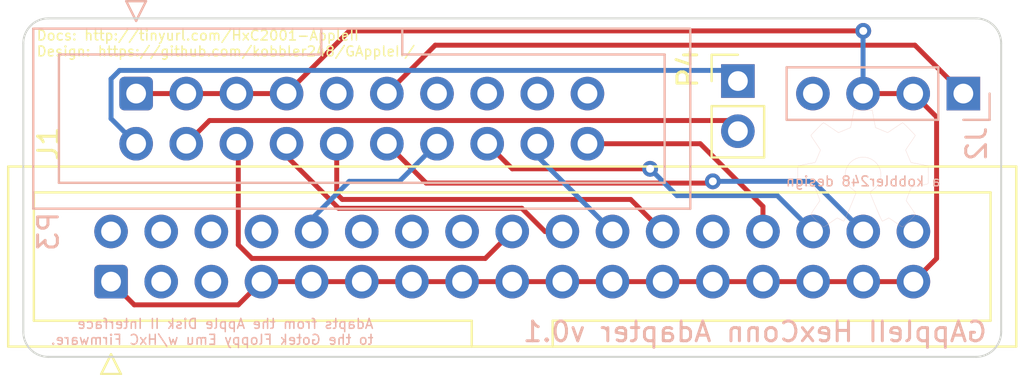
<source format=kicad_pcb>
(kicad_pcb (version 20211014) (generator pcbnew)
  (title_block (title "GAppleII HexConn Adapter") (date "2024-01-02") (rev "0.1") (company "https://github.com/kobbler248/GAppleII"))
  (layers (0 "F.Cu" signal) (31 "B.Cu" signal) (34 "B.Paste" user) (35 "F.Paste" user) (36 "B.SilkS" user "B.Silkscreen") (37 "F.SilkS" user "F.Silkscreen") (38 "B.Mask" user) (39 "F.Mask" user) (44 "Edge.Cuts" user))
  (net 0 "")
  (net 1 "/GND")
  (net 2 "/PH0")
  (net 3 "/PH1")
  (net 4 "/DIR")
  (net 5 "/PH3")
  (net 6 "/WGATE")
  (net 7 "/5VDC")
  (net 8 "/DRVEN")
  (net 9 "/RDATA")
  (net 10 "/WDATA")
  (net 11 "/WPT")
  (net 29 "/5VDC{slash}SEL")
  (footprint "Connector_IDC:IDC-Header_2x17_P2.54mm_Vertical" (layer "F.Cu") (at 120.015 100.33 90)
    (fp_text reference "J1" (at 6.985 -3.175 90) (layer "F.SilkS"))
    (fp_text value "Gotek Floppy Interface")
    (fp_line (start 5.83 -5.21) (end 5.83 45.85) (layer "F.SilkS") (width 0.12))
    (fp_line (start 4.52 -3.91) (end 4.52 44.55) (layer "F.SilkS") (width 0.12))
    (fp_line (start -3.29 45.85) (end -3.29 -5.21) (layer "F.SilkS") (width 0.12))
    (fp_line (start -3.68 0) (end -4.68 -0.5) (layer "F.SilkS") (width 0.12))
    (fp_line (start -1.98 18.27) (end -1.98 -3.91) (layer "F.SilkS") (width 0.12))
    (fp_line (start -1.98 22.37) (end -3.29 22.37) (layer "F.SilkS") (width 0.12))
    (fp_line (start -1.98 44.55) (end -1.98 22.37) (layer "F.SilkS") (width 0.12))
    (fp_line (start 4.52 44.55) (end -1.98 44.55) (layer "F.SilkS") (width 0.12))
    (fp_line (start -1.98 22.37) (end -1.98 22.37) (layer "F.SilkS") (width 0.12))
    (fp_line (start -4.68 0.5) (end -3.68 0) (layer "F.SilkS") (width 0.12))
    (fp_line (start 5.83 45.85) (end -3.29 45.85) (layer "F.SilkS") (width 0.12))
    (fp_line (start -3.29 18.27) (end -1.98 18.27) (layer "F.SilkS") (width 0.12))
    (fp_line (start -3.29 -5.21) (end 5.83 -5.21) (layer "F.SilkS") (width 0.12))
    (fp_line (start -1.98 -3.91) (end 4.52 -3.91) (layer "F.SilkS") (width 0.12))
    (fp_line (start -4.68 -0.5) (end -4.68 0.5) (layer "F.SilkS") (width 0.12))
    (pad "1" thru_hole roundrect (at 0 0 90) (size 1.7 1.7) (drill 1) (layers *.Cu *.Mask) (roundrect_rratio 0.1470588235) (net 1 "/GND"))
    (pad "2" thru_hole circle (at 2.54 0 90) (size 1.7 1.7) (drill 1) (layers *.Cu *.Mask))
    (pad "3" thru_hole circle (at 0 2.54 90) (size 1.7 1.7) (drill 1) (layers *.Cu *.Mask))
    (pad "4" thru_hole circle (at 2.54 2.54 90) (size 1.7 1.7) (drill 1) (layers *.Cu *.Mask))
    (pad "5" thru_hole circle (at 0 5.08 90) (size 1.7 1.7) (drill 1) (layers *.Cu *.Mask))
    (pad "6" thru_hole circle (at 2.54 5.08 90) (size 1.7 1.7) (drill 1) (layers *.Cu *.Mask))
    (pad "7" thru_hole circle (at 0 7.62 90) (size 1.7 1.7) (drill 1) (layers *.Cu *.Mask) (net 1 "/GND"))
    (pad "8" thru_hole circle (at 2.54 7.62 90) (size 1.7 1.7) (drill 1) (layers *.Cu *.Mask))
    (pad "9" thru_hole circle (at 0 10.16 90) (size 1.7 1.7) (drill 1) (layers *.Cu *.Mask) (net 1 "/GND"))
    (pad "10" thru_hole circle (at 2.54 10.16 90) (size 1.7 1.7) (drill 1) (layers *.Cu *.Mask) (net 8 "/DRVEN"))
    (pad "11" thru_hole circle (at 0 12.7 90) (size 1.7 1.7) (drill 1) (layers *.Cu *.Mask) (net 1 "/GND"))
    (pad "12" thru_hole circle (at 2.54 12.7 90) (size 1.7 1.7) (drill 1) (layers *.Cu *.Mask))
    (pad "13" thru_hole circle (at 0 15.24 90) (size 1.7 1.7) (drill 1) (layers *.Cu *.Mask) (net 1 "/GND"))
    (pad "14" thru_hole circle (at 2.54 15.24 90) (size 1.7 1.7) (drill 1) (layers *.Cu *.Mask))
    (pad "15" thru_hole circle (at 0 17.78 90) (size 1.7 1.7) (drill 1) (layers *.Cu *.Mask) (net 1 "/GND"))
    (pad "16" thru_hole circle (at 2.54 17.78 90) (size 1.7 1.7) (drill 1) (layers *.Cu *.Mask))
    (pad "17" thru_hole circle (at 0 20.32 90) (size 1.7 1.7) (drill 1) (layers *.Cu *.Mask) (net 1 "/GND"))
    (pad "18" thru_hole circle (at 2.54 20.32 90) (size 1.7 1.7) (drill 1) (layers *.Cu *.Mask) (net 4 "/DIR"))
    (pad "19" thru_hole circle (at 0 22.86 90) (size 1.7 1.7) (drill 1) (layers *.Cu *.Mask) (net 1 "/GND"))
    (pad "20" thru_hole circle (at 2.54 22.86 90) (size 1.7 1.7) (drill 1) (layers *.Cu *.Mask) (net 5 "/PH3"))
    (pad "21" thru_hole circle (at 0 25.4 90) (size 1.7 1.7) (drill 1) (layers *.Cu *.Mask) (net 1 "/GND"))
    (pad "22" thru_hole circle (at 2.54 25.4 90) (size 1.7 1.7) (drill 1) (layers *.Cu *.Mask) (net 10 "/WDATA"))
    (pad "23" thru_hole circle (at 0 27.94 90) (size 1.7 1.7) (drill 1) (layers *.Cu *.Mask) (net 1 "/GND"))
    (pad "24" thru_hole circle (at 2.54 27.94 90) (size 1.7 1.7) (drill 1) (layers *.Cu *.Mask) (net 6 "/WGATE"))
    (pad "25" thru_hole circle (at 0 30.48 90) (size 1.7 1.7) (drill 1) (layers *.Cu *.Mask) (net 1 "/GND"))
    (pad "26" thru_hole circle (at 2.54 30.48 90) (size 1.7 1.7) (drill 1) (layers *.Cu *.Mask))
    (pad "27" thru_hole circle (at 0 33.02 90) (size 1.7 1.7) (drill 1) (layers *.Cu *.Mask) (net 1 "/GND"))
    (pad "28" thru_hole circle (at 2.54 33.02 90) (size 1.7 1.7) (drill 1) (layers *.Cu *.Mask) (net 11 "/WPT"))
    (pad "29" thru_hole circle (at 0 35.56 90) (size 1.7 1.7) (drill 1) (layers *.Cu *.Mask) (net 1 "/GND"))
    (pad "30" thru_hole circle (at 2.54 35.56 90) (size 1.7 1.7) (drill 1) (layers *.Cu *.Mask) (net 9 "/RDATA"))
    (pad "31" thru_hole circle (at 0 38.1 90) (size 1.7 1.7) (drill 1) (layers *.Cu *.Mask) (net 1 "/GND"))
    (pad "32" thru_hole circle (at 2.54 38.1 90) (size 1.7 1.7) (drill 1) (layers *.Cu *.Mask) (net 29 "/5VDC{slash}SEL"))
    (pad "33" thru_hole circle (at 0 40.64 90) (size 1.7 1.7) (drill 1) (layers *.Cu *.Mask) (net 1 "/GND"))
    (pad "34" thru_hole circle (at 2.54 40.64 90) (size 1.7 1.7) (drill 1) (layers *.Cu *.Mask))
  )
  (footprint "Connector_PinHeader_2.54mm:PinHeader_1x02_P2.54mm_Vertical" (layer "F.Cu") (at 151.765 90.17)
    (fp_text reference "P4" (at -2.54 -0.635 90) (layer "F.SilkS"))
    (fp_text value "Gotek UART")
    (fp_line (start 1.33 1.27) (end 1.33 3.87) (layer "F.SilkS") (width 0.12))
    (fp_line (start -1.33 1.27) (end -1.33 3.87) (layer "F.SilkS") (width 0.12))
    (fp_line (start -1.33 1.27) (end 1.33 1.27) (layer "F.SilkS") (width 0.12))
    (fp_line (start -1.33 -1.33) (end 0 -1.33) (layer "F.SilkS") (width 0.12))
    (fp_line (start -1.33 3.87) (end 1.33 3.87) (layer "F.SilkS") (width 0.12))
    (fp_line (start -1.33 0) (end -1.33 -1.33) (layer "F.SilkS") (width 0.12))
    (pad "1" thru_hole rect (at 0 0) (size 1.7 1.7) (drill 1) (layers *.Cu *.Mask) (net 2 "/PH0"))
    (pad "2" thru_hole oval (at 0 2.54) (size 1.7 1.7) (drill 1) (layers *.Cu *.Mask) (net 3 "/PH1"))
  )
  (footprint "Connector_PinHeader_2.54mm:PinHeader_1x04_P2.54mm_Vertical" (layer "B.Cu") (at 163.185 90.805 90)
    (fp_text reference "J2" (at -2.54 0.665 90) (layer "B.SilkS") (effects (justify mirror)))
    (fp_text value "Gotek Pwr")
    (fp_line (start -1.33 0) (end -1.33 1.33) (layer "B.SilkS") (width 0.12))
    (fp_line (start -1.33 -1.27) (end 1.33 -1.27) (layer "B.SilkS") (width 0.12))
    (fp_line (start -1.33 -1.27) (end -1.33 -8.95) (layer "B.SilkS") (width 0.12))
    (fp_line (start -1.33 1.33) (end 0 1.33) (layer "B.SilkS") (width 0.12))
    (fp_line (start -1.33 -8.95) (end 1.33 -8.95) (layer "B.SilkS") (width 0.12))
    (fp_line (start 1.33 -1.27) (end 1.33 -8.95) (layer "B.SilkS") (width 0.12))
    (pad "1" thru_hole rect (at 0 0 90) (size 1.7 1.7) (drill 1) (layers *.Cu *.Mask) (net 7 "/5VDC"))
    (pad "2" thru_hole oval (at 0 -2.54 90) (size 1.7 1.7) (drill 1) (layers *.Cu *.Mask) (net 1 "/GND"))
    (pad "3" thru_hole oval (at 0 -5.08 90) (size 1.7 1.7) (drill 1) (layers *.Cu *.Mask) (net 1 "/GND"))
    (pad "4" thru_hole oval (at 0 -7.62 90) (size 1.7 1.7) (drill 1) (layers *.Cu *.Mask))
  )
  (footprint "Connector_IDC:IDC-Header_2x10_P2.54mm_Vertical" (layer "B.Cu") (at 121.285 90.805 -90)
    (fp_text reference "P3" (at 6.985 4.445 90) (layer "B.SilkS") (effects (justify mirror)))
    (fp_text value "Apple Disk II Interface")
    (fp_line (start -3.29 -9.38) (end -1.98 -9.38) (layer "B.SilkS") (width 0.12))
    (fp_line (start -4.68 0.5) (end -4.68 -0.5) (layer "B.SilkS") (width 0.12))
    (fp_line (start 4.52 -26.77) (end -1.98 -26.77) (layer "B.SilkS") (width 0.12))
    (fp_line (start -1.98 3.91) (end 4.52 3.91) (layer "B.SilkS") (width 0.12))
    (fp_line (start -3.29 5.21) (end 5.83 5.21) (layer "B.SilkS") (width 0.12))
    (fp_line (start -1.98 -13.48) (end -1.98 -13.48) (layer "B.SilkS") (width 0.12))
    (fp_line (start 5.83 -28.07) (end -3.29 -28.07) (layer "B.SilkS") (width 0.12))
    (fp_line (start -3.29 -28.07) (end -3.29 5.21) (layer "B.SilkS") (width 0.12))
    (fp_line (start 4.52 3.91) (end 4.52 -26.77) (layer "B.SilkS") (width 0.12))
    (fp_line (start -3.68 0) (end -4.68 0.5) (layer "B.SilkS") (width 0.12))
    (fp_line (start -4.68 -0.5) (end -3.68 0) (layer "B.SilkS") (width 0.12))
    (fp_line (start -1.98 -26.77) (end -1.98 -13.48) (layer "B.SilkS") (width 0.12))
    (fp_line (start -1.98 -9.38) (end -1.98 3.91) (layer "B.SilkS") (width 0.12))
    (fp_line (start 5.83 5.21) (end 5.83 -28.07) (layer "B.SilkS") (width 0.12))
    (fp_line (start -1.98 -13.48) (end -3.29 -13.48) (layer "B.SilkS") (width 0.12))
    (pad "1" thru_hole roundrect (at 0 0 270) (size 1.7 1.7) (drill 1) (layers *.Cu *.Mask) (roundrect_rratio 0.1470588235) (net 1 "/GND"))
    (pad "2" thru_hole circle (at 2.54 0 270) (size 1.7 1.7) (drill 1) (layers *.Cu *.Mask) (net 2 "/PH0"))
    (pad "3" thru_hole circle (at 0 -2.54 270) (size 1.7 1.7) (drill 1) (layers *.Cu *.Mask) (net 1 "/GND"))
    (pad "4" thru_hole circle (at 2.54 -2.54 270) (size 1.7 1.7) (drill 1) (layers *.Cu *.Mask) (net 3 "/PH1"))
    (pad "5" thru_hole circle (at 0 -5.08 270) (size 1.7 1.7) (drill 1) (layers *.Cu *.Mask) (net 1 "/GND"))
    (pad "6" thru_hole circle (at 2.54 -5.08 270) (size 1.7 1.7) (drill 1) (layers *.Cu *.Mask) (net 4 "/DIR"))
    (pad "7" thru_hole circle (at 0 -7.62 270) (size 1.7 1.7) (drill 1) (layers *.Cu *.Mask) (net 1 "/GND"))
    (pad "8" thru_hole circle (at 2.54 -7.62 270) (size 1.7 1.7) (drill 1) (layers *.Cu *.Mask) (net 5 "/PH3"))
    (pad "9" thru_hole circle (at 0 -10.16 270) (size 1.7 1.7) (drill 1) (layers *.Cu *.Mask))
    (pad "10" thru_hole circle (at 2.54 -10.16 270) (size 1.7 1.7) (drill 1) (layers *.Cu *.Mask) (net 6 "/WGATE"))
    (pad "11" thru_hole circle (at 0 -12.7 270) (size 1.7 1.7) (drill 1) (layers *.Cu *.Mask) (net 7 "/5VDC"))
    (pad "12" thru_hole circle (at 2.54 -12.7 270) (size 1.7 1.7) (drill 1) (layers *.Cu *.Mask) (net 29 "/5VDC{slash}SEL"))
    (pad "13" thru_hole circle (at 0 -15.24 270) (size 1.7 1.7) (drill 1) (layers *.Cu *.Mask))
    (pad "14" thru_hole circle (at 2.54 -15.24 270) (size 1.7 1.7) (drill 1) (layers *.Cu *.Mask) (net 8 "/DRVEN"))
    (pad "15" thru_hole circle (at 0 -17.78 270) (size 1.7 1.7) (drill 1) (layers *.Cu *.Mask))
    (pad "16" thru_hole circle (at 2.54 -17.78 270) (size 1.7 1.7) (drill 1) (layers *.Cu *.Mask) (net 9 "/RDATA"))
    (pad "17" thru_hole circle (at 0 -20.32 270) (size 1.7 1.7) (drill 1) (layers *.Cu *.Mask))
    (pad "18" thru_hole circle (at 2.54 -20.32 270) (size 1.7 1.7) (drill 1) (layers *.Cu *.Mask) (net 10 "/WDATA"))
    (pad "19" thru_hole circle (at 0 -22.86 270) (size 1.7 1.7) (drill 1) (layers *.Cu *.Mask))
    (pad "20" thru_hole circle (at 2.54 -22.86 270) (size 1.7 1.7) (drill 1) (layers *.Cu *.Mask) (net 11 "/WPT"))
  )
  (footprint "Symbol:OSHW-Symbol_6.7x6mm_SilkScreen" (layer "B.Cu") (at 158.115 94.615 180)
    (fp_text reference "REF**" hide)
    (fp_text value "OSHW-Symbol_6.7x6mm_SilkScreen" hide)
    (fp_poly (pts (xy 0.555814 2.531069) (xy 0.639635 2.086445) (xy 0.94892 1.958947) (xy 1.258206 1.831449) (xy 1.629246 2.083754) (xy 1.733157 2.154004) (xy 1.827087 2.216728) (xy 1.906652 2.269062) (xy 1.96747 2.308143) (xy 2.005157 2.331107) (xy 2.015421 2.336058) (xy 2.03391 2.323324) (xy 2.07342 2.288118) (xy 2.129522 2.234938) (xy 2.197787 2.168282) (xy 2.273786 2.092646) (xy 2.353092 2.012528) (xy 2.431275 1.932426) (xy 2.503907 1.856836) (xy 2.566559 1.790255) (xy 2.614803 1.737182) (xy 2.64421 1.702113) (xy 2.651241 1.690377) (xy 2.641123 1.66874) (xy 2.612759 1.621338) (xy 2.569129 1.552807) (xy 2.513218 1.467785) (xy 2.448006 1.370907) (xy 2.410219 1.31565) (xy 2.341343 1.214752) (xy 2.28014 1.123701) (xy 2.229578 1.04703) (xy 2.192628 0.989272) (xy 2.172258 0.954957) (xy 2.169197 0.947746) (xy 2.176136 0.927252) (xy 2.195051 0.879487) (xy 2.223087 0.811168) (xy 2.257391 0.729011) (xy 2.295109 0.63973) (xy 2.333387 0.550042) (xy 2.36937 0.466662) (xy 2.400206 0.396306) (xy 2.423039 0.34569) (xy 2.435017 0.321529) (xy 2.435724 0.320578) (xy 2.454531 0.315964) (xy 2.504618 0.305672) (xy 2.580793 0.290713) (xy 2.677865 0.272099) (xy 2.790643 0.250841) (xy 2.856442 0.238582) (xy 2.97695 0.215638) (xy 3.085797 0.193805) (xy 3.177476 0.174278) (xy 3.246481 0.158252) (xy 3.287304 0.146921) (xy 3.295511 0.143326) (xy 3.303548 0.118994) (xy 3.310033 0.064041) (xy 3.31497 -0.015108) (xy 3.318364 -0.112026) (xy 3.320218 -0.220287) (xy 3.320538 -0.333465) (xy 3.319327 -0.445135) (xy 3.31659 -0.548868) (xy 3.312331 -0.638241) (xy 3.306555 -0.706826) (xy 3.299267 -0.748197) (xy 3.294895 -0.75681) (xy 3.268764 -0.767133) (xy 3.213393 -0.781892) (xy 3.136107 -0.799352) (xy 3.04423 -0.81778) (xy 3.012158 -0.823741) (xy 2.857524 -0.852066) (xy 2.735375 -0.874876) (xy 2.641673 -0.89308) (xy 2.572384 -0.907583) (xy 2.523471 -0.919292) (xy 2.490897 -0.929115) (xy 2.470628 -0.937956) (xy 2.458626 -0.946724) (xy 2.456947 -0.948457) (xy 2.440184 -0.976371) (xy 2.414614 -1.030695) (xy 2.382788 -1.104777) (xy 2.34726 -1.191965) (xy 2.310583 -1.285608) (xy 2.275311 -1.379052) (xy 2.243996 -1.465647) (xy 2.219193 -1.53874) (xy 2.203454 -1.591678) (xy 2.199332 -1.617811) (xy 2.199676 -1.618726) (xy 2.213641 -1.640086) (xy 2.245322 -1.687084) (xy 2.291391 -1.754827) (xy 2.348518 -1.838423) (xy 2.413373 -1.932982) (xy 2.431843 -1.959854) (xy 2.497699 -2.057275) (xy 2.55565 -2.146163) (xy 2.602538 -2.221412) (xy 2.635207 -2.27792) (xy 2.6505 -2.310581) (xy 2.651241 -2.314593) (xy 2.638392 -2.335684) (xy 2.602888 -2.377464) (xy 2.549293 -2.435445) (xy 2.482171 -2.505135) (xy 2.406087 -2.582045) (xy 2.325604 -2.661683) (xy 2.245287 -2.739561) (xy 2.169699 -2.811186) (xy 2.103405 -2.87207) (xy 2.050969 -2.917721) (xy 2.016955 -2.94365) (xy 2.007545 -2.947883) (xy 1.985643 -2.937912) (xy 1.9408 -2.91102) (xy 1.880321 -2.871736) (xy 1.833789 -2.840117) (xy 1.749475 -2.782098) (xy 1.649626 -2.713784) (xy 1.549473 -2.645579) (xy 1.495627 -2.609075) (xy 1.313371 -2.4858) (xy 1.160381 -2.56852) (xy 1.090682 -2.604759) (xy 1.031414 -2.632926) (xy 0.991311 -2.648991) (xy 0.981103 -2.651226) (xy 0.968829 -2.634722) (xy 0.944613 -2.588082) (xy 0.910263 -2.515609) (xy 0.867588 -2.421606) (xy 0.818394 -2.310374) (xy 0.76449 -2.186215) (xy 0.707684 -2.053432) (xy 0.649782 -1.916327) (xy 0.592593 -1.779202) (xy 0.537924 -1.646358) (xy 0.487584 -1.522098) (xy 0.44338 -1.410725) (xy 0.407119 -1.316539) (xy 0.380609 -1.243844) (xy 0.365658 -1.196941) (xy 0.363254 -1.180833) (xy 0.382311 -1.160286) (xy 0.424036 -1.126933) (xy 0.479706 -1.087702) (xy 0.484378 -1.084599) (xy 0.628264 -0.969423) (xy 0.744283 -0.835053) (xy 0.83143 -0.685784) (xy 0.888699 -0.525913) (xy 0.915086 -0.359737) (xy 0.909585 -0.191552) (xy 0.87119 -0.025655) (xy 0.798895 0.133658) (xy 0.777626 0.168513) (xy 0.666996 0.309263) (xy 0.536302 0.422286) (xy 0.390064 0.506997) (xy 0.232808 0.562806) (xy 0.069057 0.589126) (xy -0.096667 0.58537) (xy -0.259838 0.55095) (xy -0.415935 0.485277) (xy -0.560433 0.387765) (xy -0.605131 0.348187) (xy -0.718888 0.224297) (xy -0.801782 0.093876) (xy -0.858644 -0.052315) (xy -0.890313 -0.197088) (xy -0.898131 -0.35986) (xy -0.872062 -0.52344) (xy -0.814755 -0.682298) (xy -0.728856 -0.830906) (xy -0.617014 -0.963735) (xy -0.481877 -1.075256) (xy -0.464117 -1.087011) (xy -0.40785 -1.125508) (xy -0.365077 -1.158863) (xy -0.344628 -1.18016) (xy -0.344331 -1.180833) (xy -0.348721 -1.203871) (xy -0.366124 -1.256157) (xy -0.394732 -1.33339) (xy -0.432735 -1.431268) (xy -0.478326 -1.545491) (xy -0.529697 -1.671758) (xy -0.585038 -1.805767) (xy -0.642542 -1.943218) (xy -0.700399 -2.079808) (xy -0.756802 -2.211237) (xy -0.809942 -2.333205) (xy -0.85801 -2.441409) (xy -0.899199 -2.531549) (xy -0.931699 -2.599323) (xy -0.953703 -2.64043) (xy -0.962564 -2.651226) (xy -0.98964 -2.642819) (xy -1.040303 -2.620272) (xy -1.105817 -2.587613) (xy -1.141841 -2.56852) (xy -1.294832 -2.4858) (xy -1.477088 -2.609075) (xy -1.570125 -2.672228) (xy -1.671985 -2.741727) (xy -1.767438 -2.807165) (xy -1.81525 -2.840117) (xy -1.882495 -2.885273) (xy -1.939436 -2.921057) (xy -1.978646 -2.942938) (xy -1.991381 -2.947563) (xy -2.009917 -2.935085) (xy -2.050941 -2.900252) (xy -2.110475 -2.846678) (xy -2.184542 -2.777983) (xy -2.269165 -2.697781) (xy -2.322685 -2.646286) (xy -2.416319 -2.554286) (xy -2.497241 -2.471999) (xy -2.562177 -2.402945) (xy -2.607858 -2.350644) (xy -2.631011 -2.318616) (xy -2.633232 -2.312116) (xy -2.622924 -2.287394) (xy -2.594439 -2.237405) (xy -2.550937 -2.167212) (xy -2.495577 -2.081875) (xy -2.43152 -1.986456) (xy -2.413303 -1.959854) (xy -2.346927 -1.863167) (xy -2.287378 -1.776117) (xy -2.237984 -1.703595) (xy -2.202075 -1.650493) (xy -2.182981 -1.621703) (xy -2.181136 -1.618726) (xy -2.183895 -1.595782) (xy -2.198538 -1.545336) (xy -2.222513 -1.474041) (xy -2.253266 -1.388547) (xy -2.288244 -1.295507) (xy -2.324893 -1.201574) (xy -2.360661 -1.113399) (xy -2.392994 -1.037634) (xy -2.419338 -0.980931) (xy -2.437142 -0.949943) (xy -2.438407 -0.948457) (xy -2.449294 -0.939601) (xy -2.467682 -0.930843) (xy -2.497606 -0.921277) (xy -2.543103 -0.909996) (xy -2.608209 -0.896093) (xy -2.696961 -0.878663) (xy -2.813393 -0.856798) (xy -2.961542 -0.829591) (xy -2.993618 -0.823741) (xy -3.088686 -0.805374) (xy -3.171565 -0.787405) (xy -3.23493 -0.771569) (xy -3.271458 -0.7596) (xy -3.276356 -0.75681) (xy -3.284427 -0.732072) (xy -3.290987 -0.67679) (xy -3.296033 -0.597389) (xy -3.299559 -0.500296) (xy -3.301561 -0.391938) (xy -3.302036 -0.27874) (xy -3.300977 -0.167128) (xy -3.298382 -0.063529) (xy -3.294246 0.025632) (xy -3.288563 0.093928) (xy -3.281331 0.134934) (xy -3.276971 0.143326) (xy -3.252698 0.151792) (xy -3.197426 0.165565) (xy -3.116662 0.18345) (xy -3.015912 0.204252) (xy -2.900683 0.226777) (xy -2.837902 0.238582) (xy -2.718787 0.260849) (xy -2.612565 0.281021) (xy -2.524427 0.298085) (xy -2.459566 0.311031) (xy -2.423174 0.318845) (xy -2.417184 0.320578) (xy -2.407061 0.34011) (xy -2.385662 0.387157) (xy -2.355839 0.454997) (xy -2.320445 0.536909) (xy -2.282332 0.626172) (xy -2.244353 0.716065) (xy -2.20936 0.799865) (xy -2.180206 0.870853) (xy -2.159743 0.922306) (xy -2.150823 0.947503) (xy -2.150657 0.948604) (xy -2.160769 0.968481) (xy -2.189117 1.014223) (xy -2.232723 1.081283) (xy -2.288606 1.165116) (xy -2.353787 1.261174) (xy -2.391679 1.31635) (xy -2.460725 1.417519) (xy -2.52205 1.50937) (xy -2.572663 1.587256) (xy -2.609571 1.646531) (xy -2.629782 1.682549) (xy -2.632701 1.690623) (xy -2.620153 1.709416) (xy -2.585463 1.749543) (xy -2.533063 1.806507) (xy -2.467384 1.875815) (xy -2.392856 1.952969) (xy -2.313913 2.033475) (xy -2.234983 2.112837) (xy -2.1605 2.18656) (xy -2.094894 2.250148) (xy -2.042596 2.299106) (xy -2.008039 2.328939) (xy -1.996478 2.336058) (xy -1.977654 2.326047) (xy -1.932631 2.297922) (xy -1.865787 2.254546) (xy -1.781499 2.198782) (xy -1.684144 2.133494) (xy -1.610707 2.083754) (xy -1.239667 1.831449) (xy -0.621095 2.086445) (xy -0.537275 2.531069) (xy -0.453454 2.975693) (xy 0.471994 2.975693) (xy 0.555814 2.531069)) (layer "B.SilkS") (width 0.01) (fill none))
  )
  (gr_arc (start 115.57 88.265) (mid 115.941974 87.366974) (end 116.84 86.995) (layer "Edge.Cuts") (width 0.1))
  (gr_arc (start 163.83 86.995) (mid 164.728026 87.366974) (end 165.1 88.265) (layer "Edge.Cuts") (width 0.1))
  (gr_arc (start 116.84 104.14) (mid 115.941974 103.768026) (end 115.57 102.87) (layer "Edge.Cuts") (width 0.1))
  (gr_line (start 116.84 104.14) (end 163.83 104.14) (layer "Edge.Cuts") (width 0.1))
  (gr_line (start 163.83 86.995) (end 116.84 86.995) (layer "Edge.Cuts") (width 0.1))
  (gr_line (start 115.57 88.265) (end 115.57 102.87) (layer "Edge.Cuts") (width 0.1))
  (gr_line (start 165.1 88.265) (end 165.1 102.87) (layer "Edge.Cuts") (width 0.1))
  (gr_arc (start 165.1 102.87) (mid 164.728026 103.768026) (end 163.83 104.14) (layer "Edge.Cuts") (width 0.1))
  (gr_text "Adapts from the Apple Disk II Interface\nto the Gotek Floppy Emu w/HxC Firmware." (at 133.35 102.87) (layer "B.SilkS") (effects (font (size 0.5 0.5) (thickness 0.075)) (justify left mirror)))
  (gr_text "a kobbler248 design" (at 158.115 95.25) (layer "B.SilkS") (effects (font (size 0.5 0.5) (thickness 0.075)) (justify mirror)))
  (gr_text "GAppleII HexConn Adapter v0.1" (at 164.465 102.87) (layer "B.SilkS") (effects (font (size 1 1)) (justify left mirror)))
  (gr_text "Docs: http://tinyurl.com/HxC2001-AppleII\nDesign: https://github.com/kobbler248/GAppleII/" (at 116.205 88.265) (layer "F.SilkS") (effects (font (size 0.5 0.5) (thickness 0.075)) (justify left)))
  (segment (start 158.105 90.805) (end 160.645 90.805) (width 0.25) (layer "F.Cu") (net 1))
  (segment (start 147.955 100.33) (end 145.415 100.33) (width 0.25) (layer "F.Cu") (net 1))
  (segment (start 140.335 100.33) (end 137.795 100.33) (width 0.25) (layer "F.Cu") (net 1))
  (segment (start 121.189511 101.504511) (end 120.015 100.33) (width 0.25) (layer "F.Cu") (net 1))
  (segment (start 127.635 100.33) (end 126.460489 101.504511) (width 0.25) (layer "F.Cu") (net 1))
  (segment (start 123.825 90.805) (end 121.285 90.805) (width 0.25) (layer "F.Cu") (net 1))
  (segment (start 161.829511 91.989511) (end 161.829511 99.155489) (width 0.25) (layer "F.Cu") (net 1))
  (segment (start 160.645 90.805) (end 161.829511 91.989511) (width 0.25) (layer "F.Cu") (net 1))
  (segment (start 158.115 100.33) (end 155.575 100.33) (width 0.25) (layer "F.Cu") (net 1))
  (segment (start 161.829511 99.155489) (end 160.655 100.33) (width 0.25) (layer "F.Cu") (net 1))
  (segment (start 126.460489 101.504511) (end 121.189511 101.504511) (width 0.25) (layer "F.Cu") (net 1))
  (segment (start 142.875 100.33) (end 140.335 100.33) (width 0.25) (layer "F.Cu") (net 1))
  (segment (start 128.905 90.805) (end 126.365 90.805) (width 0.25) (layer "F.Cu") (net 1))
  (segment (start 158.115 87.63) (end 132.08 87.63) (width 0.25) (layer "F.Cu") (net 1))
  (segment (start 145.415 100.33) (end 142.875 100.33) (width 0.25) (layer "F.Cu") (net 1))
  (segment (start 132.08 87.63) (end 128.905 90.805) (width 0.25) (layer "F.Cu") (net 1))
  (segment (start 160.655 100.33) (end 158.115 100.33) (width 0.25) (layer "F.Cu") (net 1))
  (segment (start 150.495 100.33) (end 147.955 100.33) (width 0.25) (layer "F.Cu") (net 1))
  (segment (start 135.255 100.33) (end 132.715 100.33) (width 0.25) (layer "F.Cu") (net 1))
  (segment (start 137.795 100.33) (end 135.255 100.33) (width 0.25) (layer "F.Cu") (net 1))
  (segment (start 130.175 100.33) (end 127.635 100.33) (width 0.25) (layer "F.Cu") (net 1))
  (segment (start 155.575 100.33) (end 153.035 100.33) (width 0.25) (layer "F.Cu") (net 1))
  (segment (start 126.365 90.805) (end 123.825 90.805) (width 0.25) (layer "F.Cu") (net 1))
  (segment (start 132.715 100.33) (end 130.175 100.33) (width 0.25) (layer "F.Cu") (net 1))
  (segment (start 153.035 100.33) (end 150.495 100.33) (width 0.25) (layer "F.Cu") (net 1))
  (via (at 158.115 87.63) (size 0.8) (drill 0.4) (layers "F.Cu" "B.Cu") (net 1))
  (segment (start 158.115 87.63) (end 158.105 87.64) (width 0.25) (layer "B.Cu") (net 1))
  (segment (start 158.105 87.64) (end 158.105 90.805) (width 0.25) (layer "B.Cu") (net 1))
  (segment (start 120.015 90.062507) (end 120.015 92.075) (width 0.25) (layer "B.Cu") (net 2))
  (segment (start 151.765 90.17) (end 151.225489 89.630489) (width 0.25) (layer "B.Cu") (net 2))
  (segment (start 151.225489 89.630489) (end 120.447018 89.630489) (width 0.25) (layer "B.Cu") (net 2))
  (segment (start 120.447018 89.630489) (end 120.015 90.062507) (width 0.25) (layer "B.Cu") (net 2))
  (segment (start 120.015 92.075) (end 121.285 93.345) (width 0.25) (layer "B.Cu") (net 2))
  (segment (start 151.225489 92.170489) (end 124.999511 92.170489) (width 0.25) (layer "F.Cu") (net 3))
  (segment (start 124.999511 92.170489) (end 123.825 93.345) (width 0.25) (layer "F.Cu") (net 3))
  (segment (start 151.765 92.71) (end 151.225489 92.170489) (width 0.25) (layer "F.Cu") (net 3))
  (segment (start 126.460489 98.467477) (end 126.460489 93.440489) (width 0.25) (layer "F.Cu") (net 4))
  (segment (start 126.460489 93.440489) (end 126.365 93.345) (width 0.25) (layer "F.Cu") (net 4))
  (segment (start 127.148501 99.155489) (end 126.460489 98.467477) (width 0.25) (layer "F.Cu") (net 4))
  (segment (start 138.969511 99.155489) (end 127.148501 99.155489) (width 0.25) (layer "F.Cu") (net 4))
  (segment (start 140.335 97.79) (end 138.969511 99.155489) (width 0.25) (layer "F.Cu") (net 4))
  (segment (start 140.821499 96.615489) (end 131.539771 96.615489) (width 0.25) (layer "F.Cu") (net 5))
  (segment (start 131.539771 96.615489) (end 128.905 93.980718) (width 0.25) (layer "F.Cu") (net 5))
  (segment (start 141.99601 97.79) (end 140.821499 96.615489) (width 0.25) (layer "F.Cu") (net 5))
  (segment (start 142.875 97.79) (end 141.99601 97.79) (width 0.25) (layer "F.Cu") (net 5))
  (segment (start 128.905 93.980718) (end 128.905 93.345) (width 0.25) (layer "F.Cu") (net 5))
  (segment (start 146.330969 96.165969) (end 131.725969 96.165969) (width 0.25) (layer "F.Cu") (net 6))
  (segment (start 131.445 95.885) (end 131.445 93.345) (width 0.25) (layer "F.Cu") (net 6))
  (segment (start 147.955 97.79) (end 146.330969 96.165969) (width 0.25) (layer "F.Cu") (net 6))
  (segment (start 131.725969 96.165969) (end 131.445 95.885) (width 0.25) (layer "F.Cu") (net 6))
  (segment (start 136.435489 88.354511) (end 133.985 90.805) (width 0.25) (layer "F.Cu") (net 7))
  (segment (start 163.185 90.805) (end 160.734511 88.354511) (width 0.25) (layer "F.Cu") (net 7))
  (segment (start 160.734511 88.354511) (end 136.435489 88.354511) (width 0.25) (layer "F.Cu") (net 7))
  (segment (start 132.08 95.25) (end 134.62 95.25) (width 0.25) (layer "B.Cu") (net 8))
  (segment (start 130.175 97.155) (end 132.08 95.25) (width 0.25) (layer "B.Cu") (net 8))
  (segment (start 134.62 95.25) (end 136.525 93.345) (width 0.25) (layer "B.Cu") (net 8))
  (segment (start 130.175 97.79) (end 130.175 97.155) (width 0.25) (layer "B.Cu") (net 8))
  (segment (start 140.335 94.615) (end 139.065 93.345) (width 0.25) (layer "F.Cu") (net 9))
  (segment (start 147.32 94.615) (end 140.335 94.615) (width 0.25) (layer "F.Cu") (net 9))
  (via (at 147.32 94.615) (size 0.8) (drill 0.4) (layers "F.Cu" "B.Cu") (net 9))
  (segment (start 148.679511 95.974511) (end 147.32 94.615) (width 0.25) (layer "B.Cu") (net 9))
  (segment (start 155.575 97.79) (end 153.759511 95.974511) (width 0.25) (layer "B.Cu") (net 9))
  (segment (start 153.759511 95.974511) (end 148.679511 95.974511) (width 0.25) (layer "B.Cu") (net 9))
  (segment (start 141.605 93.98) (end 141.605 93.345) (width 0.25) (layer "B.Cu") (net 10))
  (segment (start 145.415 97.79) (end 141.605 93.98) (width 0.25) (layer "B.Cu") (net 10))
  (segment (start 149.86 93.345) (end 144.145 93.345) (width 0.25) (layer "F.Cu") (net 11))
  (segment (start 153.035 97.79) (end 153.035 96.52) (width 0.25) (layer "F.Cu") (net 11))
  (segment (start 153.035 96.52) (end 149.86 93.345) (width 0.25) (layer "F.Cu") (net 11))
  (segment (start 135.979511 95.339511) (end 133.985 93.345) (width 0.25) (layer "F.Cu") (net 29))
  (segment (start 150.405489 95.339511) (end 135.979511 95.339511) (width 0.25) (layer "F.Cu") (net 29))
  (segment (start 150.495 95.25) (end 150.405489 95.339511) (width 0.25) (layer "F.Cu") (net 29))
  (via (at 150.495 95.25) (size 0.8) (drill 0.4) (layers "F.Cu" "B.Cu") (net 29))
  (segment (start 150.495 95.25) (end 155.575 95.25) (width 0.25) (layer "B.Cu") (net 29))
  (segment (start 155.575 95.25) (end 158.115 97.79) (width 0.25) (layer "B.Cu") (net 29))
)
</source>
